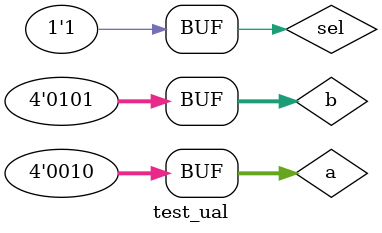
<source format=v>
module test_ual;

	// Inputs
	reg [3:0] a;
	reg [3:0] b;
	reg sel;

	// Outputs
	wire [7:0] ual_out;

	// Instantiate the Unit Under Test (UUT)
	ual uut (
		.a(a), 
		.b(b), 
		.ual_out(ual_out), 
		.sel(sel)
	);

	initial begin
		// Initialize Inputs
		a = 0;
		b = 0;
		sel = 0;

		// Wait 100 ns for global reset to finish
		#100;
        
		// Add stimulus here
		a = 3;
		b = 2;
		sel = 1;
		
		#5;
		sel = 0;
		
		#5;
		a = 2;
		b = 4;
		
		#5;
		sel = 1;
		
		#5;
		b = 5;
		
		#5;
	end
      
endmodule

</source>
